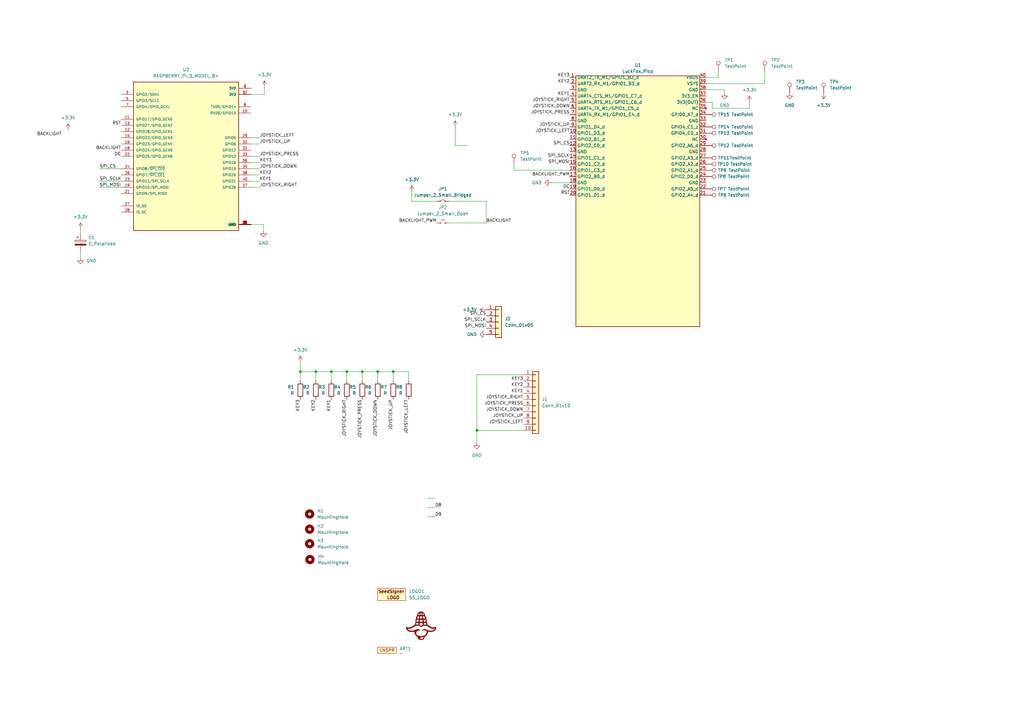
<source format=kicad_sch>
(kicad_sch (version 20250114) (generator "eeschema") (generator_version "9.0")
  (paper "A3")
  (lib_symbols
    (symbol "Connector:TestPoint" (pin_numbers (hide yes)) (pin_names (offset 0.762) (hide yes))
      (property "Reference" "TP" (at 0 6.858 0))
      (property "Value" "TestPoint" (at 0 5.08 0))
      (symbol "TestPoint_1_1"
        (pin passive line (at 0 0 90) (length 2.54) (name "1") (number "1"))
      )
    )
    (symbol "Connector_Generic:Conn_01x05" (pin_names (offset 1.016) (hide yes))
      (property "Reference" "J" (at 0 7.62 0))
      (property "Value" "Conn_01x05" (at 0 -7.62 0))
      (symbol "Conn_01x05_1_1"
        (pin passive line (at -5.08 5.08 0) (length 3.81) (name "Pin_1") (number "1"))
        (pin passive line (at -5.08 2.54 0) (length 3.81) (name "Pin_2") (number "2"))
        (pin passive line (at -5.08 0 0) (length 3.81) (name "Pin_3") (number "3"))
        (pin passive line (at -5.08 -2.54 0) (length 3.81) (name "Pin_4") (number "4"))
        (pin passive line (at -5.08 -5.08 0) (length 3.81) (name "Pin_5") (number "5"))
      )
    )
    (symbol "Connector_Generic:Conn_01x10" (pin_names (offset 1.016) (hide yes))
      (property "Reference" "J" (at 0 12.7 0))
      (property "Value" "Conn_01x10" (at 0 -15.24 0))
      (symbol "Conn_01x10_1_1"
        (pin passive line (at -5.08 10.16 0) (length 3.81) (name "Pin_1") (number "1"))
        (pin passive line (at -5.08 7.62 0) (length 3.81) (name "Pin_2") (number "2"))
        (pin passive line (at -5.08 5.08 0) (length 3.81) (name "Pin_3") (number "3"))
        (pin passive line (at -5.08 2.54 0) (length 3.81) (name "Pin_4") (number "4"))
        (pin passive line (at -5.08 0 0) (length 3.81) (name "Pin_5") (number "5"))
        (pin passive line (at -5.08 -2.54 0) (length 3.81) (name "Pin_6") (number "6"))
        (pin passive line (at -5.08 -5.08 0) (length 3.81) (name "Pin_7") (number "7"))
        (pin passive line (at -5.08 -7.62 0) (length 3.81) (name "Pin_8") (number "8"))
        (pin passive line (at -5.08 -10.16 0) (length 3.81) (name "Pin_9") (number "9"))
        (pin passive line (at -5.08 -12.7 0) (length 3.81) (name "Pin_10") (number "10"))
      )
    )
    (symbol "Device:C_Polarized" (pin_numbers (hide yes)) (pin_names (offset 0.254))
      (property "Reference" "C" (at 0.635 2.54 0))
      (property "Value" "C_Polarized" (at 0.635 -2.54 0))
      (symbol "C_Polarized_1_1"
        (pin passive line (at 0 3.81 270) (length 2.794) (name "~") (number "1"))
        (pin passive line (at 0 -3.81 90) (length 2.794) (name "~") (number "2"))
      )
    )
    (symbol "Device:R" (pin_numbers (hide yes)) (pin_names (offset 0))
      (property "Reference" "R" (at 2.032 0 90))
      (property "Value" "R" (at 0 0 90))
      (symbol "R_1_1"
        (pin passive line (at 0 3.81 270) (length 1.27) (name "~") (number "1"))
        (pin passive line (at 0 -3.81 90) (length 1.27) (name "~") (number "2"))
      )
    )
    (symbol "Jumper:Jumper_2_Small_Bridged" (pin_numbers (hide yes)) (pin_names (offset 0) (hide yes)) (exclude_from_sim yes)
      (property "Reference" "JP" (at 0 2.032 0))
      (property "Value" "Jumper_2_Small_Bridged" (at 0 -2.286 0))
      (symbol "Jumper_2_Small_Bridged_1_1"
        (pin passive line (at -2.54 0 0) (length 1.27) (name "A") (number "1"))
        (pin passive line (at 2.54 0 180) (length 1.27) (name "B") (number "2"))
      )
    )
    (symbol "Jumper:Jumper_2_Small_Open" (pin_numbers (hide yes)) (pin_names (offset 0) (hide yes)) (exclude_from_sim yes)
      (property "Reference" "JP" (at 0 2.794 0))
      (property "Value" "Jumper_2_Small_Open" (at 0 -2.286 0))
      (symbol "Jumper_2_Small_Open_1_1"
        (pin passive line (at -2.54 0 0) (length 1.27) (name "A") (number "1"))
        (pin passive line (at 2.54 0 180) (length 1.27) (name "B") (number "2"))
      )
    )
    (symbol "Mechanical:MountingHole" (pin_names (offset 1.016))
      (property "Reference" "H" (at 0 5.08 0))
      (property "Value" "MountingHole" (at 0 3.175 0))
    )
    (symbol "SeedSigner:CORN-LOGO" (pin_names (offset 1.016)))
    (symbol "SeedSigner:RASPBERRY_PI_3_MODEL_B+" (pin_names (offset 1.016))
      (property "Reference" "U" (at -22.86 27.94 0))
      (property "Value" "RASPBERRY_PI_3_MODEL_B+" (at -22.86 -37.465 0))
      (symbol "RASPBERRY_PI_3_MODEL_B+_0_0"
        (pin bidirectional line (at -27.94 20.32 0) (length 5.08) (name "GPIO2/SDA1") (number "3"))
        (pin bidirectional line (at -27.94 17.78 0) (length 5.08) (name "GPIO3/SCL1") (number "5"))
        (pin bidirectional line (at -27.94 15.24 0) (length 5.08) (name "GPIO4/GPIO_GCKL") (number "7"))
        (pin bidirectional line (at -27.94 10.16 0) (length 5.08) (name "GPIO17/GPIO_GEN0") (number "11"))
        (pin bidirectional line (at -27.94 7.62 0) (length 5.08) (name "GPIO27/GPIO_GEN2") (number "13"))
        (pin bidirectional line (at -27.94 5.08 0) (length 5.08) (name "GPIO18/GPIO_GEN1") (number "12"))
        (pin bidirectional line (at -27.94 2.54 0) (length 5.08) (name "GPIO22/GPIO_GEN3") (number "15"))
        (pin bidirectional line (at -27.94 0 0) (length 5.08) (name "GPIO23/GPIO_GEN4") (number "16"))
        (pin bidirectional line (at -27.94 -2.54 0) (length 5.08) (name "GPIO24/GPIO_GEN5") (number "18"))
        (pin bidirectional line (at -27.94 -5.08 0) (length 5.08) (name "GPIO25/GPIO_GEN6") (number "22"))
        (pin bidirectional line (at -27.94 -10.16 0) (length 5.08) (name "GPIO8/~{SPI_CE0}") (number "24"))
        (pin bidirectional line (at -27.94 -12.7 0) (length 5.08) (name "GPIO7/~{SPI_CE1}") (number "26"))
        (pin bidirectional line (at -27.94 -15.24 0) (length 5.08) (name "GPIO11/SPI_SCLK") (number "23"))
        (pin bidirectional line (at -27.94 -17.78 0) (length 5.08) (name "GPIO10/SPI_MOSI") (number "19"))
        (pin bidirectional line (at -27.94 -20.32 0) (length 5.08) (name "GPIO9/SPI_MISO") (number "21"))
        (pin bidirectional line (at -27.94 -25.4 0) (length 5.08) (name "ID_SD") (number "27"))
        (pin bidirectional line (at -27.94 -27.94 0) (length 5.08) (name "ID_SC") (number "28"))
        (pin power_in line (at 25.4 22.86 180) (length 5.08) (name "5V0") (number "2"))
        (pin power_in line (at 25.4 22.86 180) (length 5.08) (name "5V0") (number "4"))
        (pin power_in line (at 25.4 20.32 180) (length 5.08) (name "3V3") (number "1"))
        (pin power_in line (at 25.4 20.32 180) (length 5.08) (name "3V3") (number "17"))
        (pin bidirectional line (at 25.4 15.24 180) (length 5.08) (name "TXD0/GPIO14") (number "8"))
        (pin bidirectional line (at 25.4 12.7 180) (length 5.08) (name "RXD0/GPIO15") (number "10"))
        (pin bidirectional line (at 25.4 2.54 180) (length 5.08) (name "GPIO5") (number "29"))
        (pin bidirectional line (at 25.4 0 180) (length 5.08) (name "GPIO6") (number "31"))
        (pin bidirectional line (at 25.4 -2.54 180) (length 5.08) (name "GPIO12") (number "32"))
        (pin bidirectional line (at 25.4 -5.08 180) (length 5.08) (name "GPIO13") (number "33"))
        (pin bidirectional line (at 25.4 -7.62 180) (length 5.08) (name "GPIO16") (number "36"))
        (pin bidirectional line (at 25.4 -10.16 180) (length 5.08) (name "GPIO19") (number "35"))
        (pin bidirectional line (at 25.4 -12.7 180) (length 5.08) (name "GPIO20") (number "38"))
        (pin bidirectional line (at 25.4 -15.24 180) (length 5.08) (name "GPIO21") (number "40"))
        (pin bidirectional line (at 25.4 -17.78 180) (length 5.08) (name "GPIO26") (number "37"))
        (pin power_in line (at 25.4 -33.02 180) (length 5.08) (name "GND") (number "14"))
        (pin power_in line (at 25.4 -33.02 180) (length 5.08) (name "GND") (number "20"))
        (pin power_in line (at 25.4 -33.02 180) (length 5.08) (name "GND") (number "25"))
        (pin power_in line (at 25.4 -33.02 180) (length 5.08) (name "GND") (number "30"))
        (pin power_in line (at 25.4 -33.02 180) (length 5.08) (name "GND") (number "34"))
        (pin power_in line (at 25.4 -33.02 180) (length 5.08) (name "GND") (number "39"))
        (pin power_in line (at 25.4 -33.02 180) (length 5.08) (name "GND") (number "6"))
        (pin power_in line (at 25.4 -33.02 180) (length 5.08) (name "GND") (number "9"))
      )
    )
    (symbol "SeedSigner:SS_LOGO" (pin_numbers (hide yes)) (pin_names (offset 0) (hide yes)) (in_bom no)
      (property "Reference" "LOGO" (at 0 3.81 0))
      (property "Value" "SS_LOGO" (at 0 2.54 0))
      (symbol "SS_LOGO_0_0"
        (text "SeedSigner" (at -0.8 0 0) (effects (font (size 1.27 1.27) (bold yes))))
        (text "LOGO" (at 0 -2.54 0) (effects (font (size 1.27 1.27) (bold yes))))
      )
    )
    (symbol "luckfox:LuckFox_Pico"
      (property "Reference" "U" (at 0 53.34 0))
      (property "Value" "LuckFox_Pico" (at 0 -53.34 0))
      (symbol "LuckFox_Pico_1_1"
        (pin bidirectional line (at -27.94 50.8 0) (length 2.54) (name "UART2_TX_M1/GPIO1_B2_d") (number "1"))
        (pin bidirectional line (at -27.94 48.26 0) (length 2.54) (name "UART2_RX_M1/GPIO1_B3_d") (number "2"))
        (pin power_in line (at -27.94 45.72 0) (length 2.54) (name "GND") (number "3"))
        (pin bidirectional line (at -27.94 43.18 0) (length 2.54) (name "UART4_CTS_M1/GPIO1_C7_d") (number "4"))
        (pin bidirectional line (at -27.94 40.64 0) (length 2.54) (name "UART4_RTS_M1/GPIO1_C6_d") (number "5"))
        (pin bidirectional line (at -27.94 38.1 0) (length 2.54) (name "UART4_TX_M1/GPIO1_C5_d") (number "6"))
        (pin bidirectional line (at -27.94 35.56 0) (length 2.54) (name "UART4_RX_M1/GPIO1_C4_d") (number "7"))
        (pin power_in line (at -27.94 33.02 0) (length 2.54) (name "GND") (number "8"))
        (pin bidirectional line (at -27.94 30.48 0) (length 2.54) (name "GPIO1_D4_d") (number "9"))
        (pin bidirectional line (at -27.94 27.94 0) (length 2.54) (name "GPIO1_D3_d") (number "10"))
        (pin bidirectional line (at -27.94 25.4 0) (length 2.54) (name "GPIO2_B1_d") (number "11"))
        (pin bidirectional line (at -27.94 22.86 0) (length 2.54) (name "GPIO2_C0_d") (number "12"))
        (pin power_in line (at -27.94 20.32 0) (length 2.54) (name "GND") (number "13"))
        (pin bidirectional line (at -27.94 17.78 0) (length 2.54) (name "GPIO1_C1_d") (number "14"))
        (pin bidirectional line (at -27.94 15.24 0) (length 2.54) (name "GPIO1_C2_d") (number "15"))
        (pin bidirectional line (at -27.94 12.7 0) (length 2.54) (name "GPIO1_C3_d") (number "16"))
        (pin bidirectional line (at -27.94 10.16 0) (length 2.54) (name "GPIO2_B0_d") (number "17"))
        (pin power_in line (at -27.94 7.62 0) (length 2.54) (name "GND") (number "18"))
        (pin bidirectional line (at -27.94 5.08 0) (length 2.54) (name "GPIO1_D0_d") (number "19"))
        (pin bidirectional line (at -27.94 2.54 0) (length 2.54) (name "GPIO1_D1_d") (number "20"))
        (pin power_in line (at 27.94 50.8 180) (length 2.54) (name "VBUS") (number "40"))
        (pin power_in line (at 27.94 48.26 180) (length 2.54) (name "VSYS") (number "39"))
        (pin power_in line (at 27.94 45.72 180) (length 2.54) (name "GND") (number "38"))
        (pin power_in line (at 27.94 43.18 180) (length 2.54) (name "3V3_EN") (number "37"))
        (pin power_out line (at 27.94 40.64 180) (length 2.54) (name "3V3(OUT)") (number "36"))
        (pin no_connect line (at 27.94 38.1 180) (length 2.54) (name "NC") (number "35"))
        (pin bidirectional line (at 27.94 35.56 180) (length 2.54) (name "GPIO0_A7_d") (number "34"))
        (pin power_in line (at 27.94 33.02 180) (length 2.54) (name "GND") (number "33"))
        (pin bidirectional line (at 27.94 30.48 180) (length 2.54) (name "GPIO4_C1_z") (number "32"))
        (pin bidirectional line (at 27.94 27.94 180) (length 2.54) (name "GPIO4_C0_z") (number "31"))
        (pin no_connect line (at 27.94 25.4 180) (length 2.54) (name "NC") (number "30"))
        (pin bidirectional line (at 27.94 22.86 180) (length 2.54) (name "GPIO2_A6_d") (number "29"))
        (pin power_in line (at 27.94 20.32 180) (length 2.54) (name "GND") (number "28"))
        (pin bidirectional line (at 27.94 17.78 180) (length 2.54) (name "GPIO2_A3_d") (number "27"))
        (pin bidirectional line (at 27.94 15.24 180) (length 2.54) (name "GPIO2_A2_d") (number "26"))
        (pin bidirectional line (at 27.94 12.7 180) (length 2.54) (name "GPIO2_A1_d") (number "25"))
        (pin bidirectional line (at 27.94 10.16 180) (length 2.54) (name "GPIO2_D0_d") (number "24"))
        (pin power_in line (at 27.94 7.62 180) (length 2.54) (name "GND") (number "23"))
        (pin bidirectional line (at 27.94 5.08 180) (length 2.54) (name "GPIO2_A5_d") (number "22"))
        (pin bidirectional line (at 27.94 2.54 180) (length 2.54) (name "GPIO2_A4_d") (number "21"))
      )
    )
    (symbol "power:+3.3V" (power) (pin_names (offset 0))
      (property "Value" "+3.3V" (at 0 3.556 0))
      (symbol "+3.3V_1_1"
        (pin power_in line (at 0 0 90) (length 0) (hide yes) (name "+3.3V") (number "1"))
      )
    )
    (symbol "power:GND" (power) (pin_names (offset 0))
      (property "Value" "GND" (at 0 -3.81 0))
      (symbol "GND_1_1"
        (pin power_in line (at 0 0 270) (length 0) (hide yes) (name "GND") (number "1"))
      )
    )
    (symbol "seedsigner:LIGHTNINGSPORE"
      (property "Reference" "ART" (at 0 2.032 0))
      (symbol "LIGHTNINGSPORE_1_1"
        (text "LNSPR" (at 0 0 0) (effects (font (size 1.27 1.27))))
      )
    )
  )
  (junction (at 142.24 152.4))
  (junction (at 129.54 152.4))
  (junction (at 154.94 152.4))
  (junction (at 195.58 176.53))
  (junction (at 148.59 152.4))
  (junction (at 123.19 152.4))
  (junction (at 135.89 152.4))
  (junction (at 161.29 152.4))
  (wire (pts (xy 106.553 66.675) (xy 102.997 66.675)))
  (wire (pts (xy 33.02 93.98) (xy 33.02 95.758)))
  (wire (pts (xy 184.15 82.55) (xy 199.39 82.55)))
  (wire (pts (xy 33.02 105.664) (xy 33.02 103.378)))
  (wire (pts (xy 292.1 44.45) (xy 307.34 44.45)))
  (wire (pts (xy 123.19 152.4) (xy 123.19 156.21)))
  (wire (pts (xy 195.58 176.53) (xy 195.58 153.67)))
  (wire (pts (xy 233.68 69.85) (xy 210.82 69.85)))
  (wire (pts (xy 289.56 36.83) (xy 297.18 36.83)))
  (wire (pts (xy 199.39 82.55) (xy 199.39 91.44)))
  (wire (pts (xy 106.426 74.295) (xy 102.997 74.295)))
  (wire (pts (xy 154.94 152.4) (xy 154.94 156.21)))
  (wire (pts (xy 289.56 31.75) (xy 294.64 31.75)))
  (wire (pts (xy 184.15 91.44) (xy 199.39 91.44)))
  (wire (pts (xy 210.82 69.85) (xy 210.82 67.31)))
  (wire (pts (xy 313.69 34.29) (xy 313.69 29.21)))
  (wire (pts (xy 289.56 41.91) (xy 292.1 41.91)))
  (wire (pts (xy 178.435 211.963) (xy 175.387 211.963)))
  (wire (pts (xy 148.59 152.4) (xy 148.59 156.21)))
  (wire (pts (xy 292.1 41.91) (xy 292.1 44.45)))
  (wire (pts (xy 135.89 152.4) (xy 142.24 152.4)))
  (wire (pts (xy 195.58 176.53) (xy 195.58 181.61)))
  (wire (pts (xy 123.19 148.59) (xy 123.19 152.4)))
  (wire (pts (xy 294.64 31.75) (xy 294.64 29.21)))
  (wire (pts (xy 191.77 59.69) (xy 186.69 59.69)))
  (wire (pts (xy 123.19 152.4) (xy 129.54 152.4)))
  (wire (pts (xy 142.24 152.4) (xy 142.24 156.21)))
  (wire (pts (xy 214.63 176.53) (xy 195.58 176.53)))
  (wire (pts (xy 40.894 69.215) (xy 49.657 69.215)))
  (wire (pts (xy 289.56 34.29) (xy 313.69 34.29)))
  (wire (pts (xy 106.553 56.515) (xy 102.997 56.515)))
  (wire (pts (xy 102.997 38.735) (xy 108.458 38.735)))
  (wire (pts (xy 129.54 152.4) (xy 129.54 156.21)))
  (wire (pts (xy 108.458 38.735) (xy 108.458 35.687)))
  (wire (pts (xy 106.553 64.135) (xy 102.997 64.135)))
  (wire (pts (xy 167.64 152.4) (xy 167.64 156.21)))
  (wire (pts (xy 195.58 153.67) (xy 214.63 153.67)))
  (wire (pts (xy 179.07 82.55) (xy 168.91 82.55)))
  (wire (pts (xy 154.94 152.4) (xy 161.29 152.4)))
  (wire (pts (xy 178.435 208.153) (xy 175.387 208.153)))
  (wire (pts (xy 161.29 152.4) (xy 167.64 152.4)))
  (wire (pts (xy 148.59 152.4) (xy 154.94 152.4)))
  (wire (pts (xy 108.077 92.075) (xy 108.077 94.615)))
  (wire (pts (xy 178.435 204.343) (xy 175.387 204.343)))
  (wire (pts (xy 135.89 156.21) (xy 135.89 152.4)))
  (wire (pts (xy 142.24 152.4) (xy 148.59 152.4)))
  (wire (pts (xy 168.91 82.55) (xy 168.91 78.74)))
  (wire (pts (xy 106.553 59.055) (xy 102.997 59.055)))
  (wire (pts (xy 40.767 76.835) (xy 49.657 76.835)))
  (wire (pts (xy 129.54 152.4) (xy 135.89 152.4)))
  (wire (pts (xy 161.29 152.4) (xy 161.29 156.21)))
  (wire (pts (xy 102.997 92.075) (xy 108.077 92.075)))
  (wire (pts (xy 297.18 36.83) (xy 297.18 38.1)))
  (wire (pts (xy 40.767 74.295) (xy 49.657 74.295)))
  (wire (pts (xy 106.426 71.755) (xy 102.997 71.755)))
  (wire (pts (xy 226.06 74.93) (xy 233.68 74.93)))
  (wire (pts (xy 186.69 59.69) (xy 186.69 52.07)))
  (wire (pts (xy 106.553 69.215) (xy 102.997 69.215)))
  (wire (pts (xy 307.34 44.45) (xy 307.34 41.91)))
  (wire (pts (xy 106.553 76.835) (xy 102.997 76.835)))
  (label "RST" (at 233.68 80.01 180))
  (label "JOYSTICK_UP" (at 106.553 59.055 0))
  (label "KEY2" (at 129.54 163.83 270))
  (label "SPI_MOSI" (at 233.68 67.31 180))
  (label "JOYSTICK_RIGHT" (at 214.63 163.83 180))
  (label "KEY1" (at 233.68 39.37 180))
  (label "JOYSTICK_PRESS" (at 233.68 46.99 180))
  (label "JOYSTICK_DOWN" (at 106.553 69.215 0))
  (label "SPI_SCLK" (at 199.39 132.08 180))
  (label "KEY1" (at 135.89 163.83 270))
  (label "JOYSTICK_PRESS" (at 214.63 166.37 180))
  (label "D9" (at 178.435 211.963 0))
  (label "JOYSTICK_LEFT" (at 233.68 54.61 180))
  (label "SPI_CS" (at 233.68 59.69 180))
  (label "JOYSTICK_UP" (at 233.68 52.07 180))
  (label "DC" (at 233.68 77.47 180))
  (label "JOYSTICK_RIGHT" (at 142.24 163.83 270))
  (label "D8" (at 178.435 208.153 0))
  (label "BACKLIGHT_PWM" (at 233.68 72.39 180))
  (label "KEY2" (at 233.68 34.29 180))
  (label "JOYSTICK_LEFT" (at 214.63 173.99 180))
  (label "JOYSTICK_UP" (at 161.29 163.83 270))
  (label "KEY3" (at 233.68 31.75 180))
  (label "SPI_SCLK" (at 233.68 64.77 180))
  (label "SPI_CS" (at 199.39 129.54 180))
  (label "SPI_MOSI" (at 199.39 134.62 180))
  (label "JOYSTICK_DOWN" (at 214.63 168.91 180))
  (label "JOYSTICK_DOWN" (at 233.68 44.45 180))
  (label "KEY2" (at 214.63 158.75 180))
  (label "BACKLIGHT_PWM" (at 179.07 91.44 180))
  (label "DC" (at 49.657 64.135 180))
  (label "JOYSTICK_PRESS" (at 106.553 64.135 0))
  (label "KEY1" (at 106.426 74.295 0))
  (label "SPI_CS" (at 40.894 69.215 0))
  (label "JOYSTICK_DOWN" (at 154.94 163.83 270))
  (label "BACKLIGHT" (at 49.657 61.595 180))
  (label "JOYSTICK_LEFT" (at 167.64 163.83 270))
  (label "JOYSTICK_UP" (at 214.63 171.45 180))
  (label "KEY3" (at 106.553 66.675 0))
  (label "BACKLIGHT" (at 199.39 91.44 0))
  (label "KEY1" (at 214.63 161.29 180))
  (label "JOYSTICK_PRESS" (at 148.59 163.83 270))
  (label "RST" (at 49.657 51.435 180))
  (label "JOYSTICK_LEFT" (at 106.553 56.515 0))
  (label "KEY2" (at 106.426 71.755 0))
  (label "SPI_SCLK" (at 40.767 74.295 0))
  (label "JOYSTICK_RIGHT" (at 233.68 41.91 180))
  (label "KEY3" (at 214.63 156.21 180))
  (label "KEY3" (at 123.19 163.83 270))
  (label "BACKLIGHT" (at 25.4 55.88 180))
  (label "SPI_MOSI" (at 40.767 76.835 0))
  (label "JOYSTICK_RIGHT" (at 106.553 76.835 0))
  (symbol (lib_id "Connector:TestPoint") (at 313.69 29.21 0) (unit 1)
    (property "Reference" "TP2" (at 316.23 24.6379 0) (effects (justify left)))
    (property "Value" "TestPoint" (at 316.23 27.1779 0) (effects (justify left)))
    (property "Footprint" "TestPoint:TestPoint_Pad_1.5x1.5mm" (effects (hide yes)))
    (property "Description" "test point" (effects (hide yes)))
  )
  (symbol (lib_id "Mechanical:MountingHole") (at 127.127 229.489 0) (unit 1)
    (property "Reference" "H4" (at 130.175 228.2189 0) (effects (justify left)))
    (property "Value" "MountingHole" (at 130.175 230.7589 0) (effects (justify left)))
    (property "Footprint" "SeedSigner:MOUNT_HOLE_3MM" (effects (hide yes)))
  )
  (symbol (lib_id "power:GND") (at 323.85 38.1 0) (unit 1)
    (property "Reference" "#PWR015" (effects (hide yes)))
    (property "Value" "GND" (at 323.85 43.18 0))
  )
  (symbol (lib_id "Jumper:Jumper_2_Small_Bridged") (at 181.61 82.55 0) (unit 1) (exclude_from_sim yes)
    (property "Reference" "JP1" (at 181.61 77.47 0))
    (property "Value" "Jumper_2_Small_Bridged" (at 181.61 80.01 0))
    (property "Footprint" "Jumper:SolderJumper-2_P1.3mm_Bridged_Pad1.0x1.5mm" (effects (hide yes)))
    (property "Description" "Jumper, 2-pole, small symbol, bridged" (effects (hide yes)))
  )
  (symbol (lib_id "Mechanical:MountingHole") (at 127 217.043 0) (unit 1)
    (property "Reference" "H2" (at 130.048 215.7729 0) (effects (justify left)))
    (property "Value" "MountingHole" (at 130.048 218.3129 0) (effects (justify left)))
    (property "Footprint" "SeedSigner:MOUNT_HOLE_3MM" (effects (hide yes)))
  )
  (symbol (lib_id "power:+3.3V") (at 168.91 78.74 0) (unit 1)
    (property "Reference" "#PWR013" (effects (hide yes)))
    (property "Value" "+3.3V" (at 168.91 73.66 0))
  )
  (symbol (lib_id "Device:R") (at 135.89 160.02 0) (mirror y) (unit 1)
    (property "Reference" "R3" (at 133.35 158.7499 0) (effects (justify left)))
    (property "Value" "R" (at 133.35 161.2899 0) (effects (justify left)))
    (property "Footprint" "Resistor_SMD:R_2512_6332Metric" (effects (hide yes)))
    (property "Description" "Resistor" (effects (hide yes)))
  )
  (symbol (lib_id "Connector_Generic:Conn_01x10") (at 219.71 163.83 0) (unit 1)
    (property "Reference" "J1" (at 222.25 163.8299 0) (effects (justify left)))
    (property "Value" "Conn_01x10" (at 222.25 166.3699 0) (effects (justify left)))
    (property "Footprint" "Connector_PinHeader_2.54mm:PinHeader_1x10_P2.54mm_Horizontal" (effects (hide yes)))
    (property "Description" "Generic connector, single row, 01x10, script generated (kicad-library-utils/schlib/autogen/connector/)" (effects (hide yes)))
  )
  (symbol (lib_id "power:+3.3V") (at 337.82 38.1 180) (unit 1)
    (property "Reference" "#PWR016" (effects (hide yes)))
    (property "Value" "+3.3V" (at 337.82 43.18 0))
  )
  (symbol (lib_id "Device:R") (at 167.64 160.02 0) (mirror y) (unit 1)
    (property "Reference" "R8" (at 165.1 158.7499 0) (effects (justify left)))
    (property "Value" "R" (at 165.1 161.2899 0) (effects (justify left)))
    (property "Footprint" "Resistor_SMD:R_2512_6332Metric" (effects (hide yes)))
    (property "Description" "Resistor" (effects (hide yes)))
  )
  (symbol (lib_id "power:GND") (at 226.06 74.93 270) (unit 1)
    (property "Reference" "#PWR02" (effects (hide yes)))
    (property "Value" "GND" (at 222.25 74.9299 90) (effects (justify right)))
  )
  (symbol (lib_id "power:+3.3V") (at 307.34 41.91 0) (unit 1)
    (property "Reference" "#PWR04" (effects (hide yes)))
    (property "Value" "+3.3V" (at 307.34 36.83 0))
  )
  (symbol (lib_id "SeedSigner:SS_LOGO") (at 161.29 242.57 0) (unit 1) (in_bom no)
    (property "Reference" "LOGO1" (at 167.767 242.5699 0) (effects (justify left)))
    (property "Value" "SS_LOGO" (at 167.767 245.1099 0) (effects (justify left)))
    (property "Footprint" "SeedSigner:seedsigner-logo-small" (effects (hide yes)))
  )
  (symbol (lib_id "Mechanical:MountingHole") (at 127 210.82 0) (unit 1)
    (property "Reference" "H1" (at 130.048 209.5499 0) (effects (justify left)))
    (property "Value" "MountingHole" (at 130.048 212.0899 0) (effects (justify left)))
    (property "Footprint" "SeedSigner:MOUNT_HOLE_3MM" (effects (hide yes)))
  )
  (symbol (lib_id "Device:C_Polarized") (at 33.02 99.568 0) (unit 1)
    (property "Reference" "C1" (at 36.195 97.4089 0) (effects (justify left)))
    (property "Value" "C_Polarized" (at 36.195 99.9489 0) (effects (justify left)))
    (property "Footprint" "Capacitor_THT:CP_Radial_D5.0mm_P2.50mm" (effects (hide yes)))
  )
  (symbol (lib_id "Connector:TestPoint") (at 289.56 54.61 270) (unit 1)
    (property "Reference" "TP13" (at 294.386 54.61 90) (effects (justify left)))
    (property "Value" "TestPoint" (at 299.974 54.61 90) (effects (justify left)))
    (property "Footprint" "TestPoint:TestPoint_Pad_1.5x1.5mm" (effects (hide yes)))
    (property "Description" "test point" (effects (hide yes)))
  )
  (symbol (lib_id "Connector:TestPoint") (at 294.64 29.21 0) (unit 1)
    (property "Reference" "TP1" (at 297.18 24.6379 0) (effects (justify left)))
    (property "Value" "TestPoint" (at 297.18 27.1779 0) (effects (justify left)))
    (property "Footprint" "TestPoint:TestPoint_Pad_1.5x1.5mm" (effects (hide yes)))
    (property "Description" "test point" (effects (hide yes)))
  )
  (symbol (lib_id "Device:R") (at 129.54 160.02 0) (mirror y) (unit 1)
    (property "Reference" "R2" (at 127 158.7499 0) (effects (justify left)))
    (property "Value" "R" (at 127 161.2899 0) (effects (justify left)))
    (property "Footprint" "Resistor_SMD:R_2512_6332Metric" (effects (hide yes)))
    (property "Description" "Resistor" (effects (hide yes)))
  )
  (symbol (lib_id "SeedSigner:RASPBERRY_PI_3_MODEL_B+") (at 77.597 59.055 0) (unit 1)
    (property "Reference" "U2" (at 76.327 28.575 0))
    (property "Value" "RASPBERRY_PI_3_MODEL_B+" (at 76.327 31.115 0))
    (property "Footprint" "SeedSigner:WAVESHARE_LCD_BUTTON" (effects (hide yes)))
    (property "STANDARD" "Manufacturer Recommendations" (effects (hide yes)))
    (property "MANUFACTURER" "Raspberry Pi" (effects (hide yes)))
    (property "MAXIMUM_PACKAGE_HIEGHT" "18mm" (effects (hide yes)))
    (property "PARTREV" "1.0" (effects (hide yes)))
  )
  (symbol (lib_id "Device:R") (at 161.29 160.02 0) (mirror y) (unit 1)
    (property "Reference" "R7" (at 158.75 158.7499 0) (effects (justify left)))
    (property "Value" "R" (at 158.75 161.2899 0) (effects (justify left)))
    (property "Footprint" "Resistor_SMD:R_2512_6332Metric" (effects (hide yes)))
    (property "Description" "Resistor" (effects (hide yes)))
  )
  (symbol (lib_id "Connector:TestPoint") (at 289.56 46.99 270) (unit 1)
    (property "Reference" "TP15" (at 294.386 46.99 90) (effects (justify left)))
    (property "Value" "TestPoint" (at 299.974 46.99 90) (effects (justify left)))
    (property "Footprint" "TestPoint:TestPoint_Pad_1.5x1.5mm" (effects (hide yes)))
    (property "Description" "test point" (effects (hide yes)))
  )
  (symbol (lib_id "power:GND") (at 108.077 94.615 0) (unit 1)
    (property "Reference" "#PWR07" (effects (hide yes)))
    (property "Value" "GND" (at 108.077 99.695 0))
  )
  (symbol (lib_id "power:+3.3V") (at 199.39 127 90) (unit 1)
    (property "Reference" "#PWR010" (effects (hide yes)))
    (property "Value" "+3.3V" (at 195.58 126.9999 90) (effects (justify left)))
  )
  (symbol (lib_id "power:+3.3V") (at 33.02 93.98 0) (unit 1)
    (property "Reference" "#PWR05" (effects (hide yes)))
    (property "Value" "+3.3V" (at 33.02 88.9 0))
  )
  (symbol (lib_id "Connector:TestPoint") (at 289.56 72.39 270) (unit 1)
    (property "Reference" "TP8" (at 294.132 72.39 90) (effects (justify left)))
    (property "Value" "TestPoint" (at 298.45 72.39 90) (effects (justify left)))
    (property "Footprint" "TestPoint:TestPoint_Pad_1.5x1.5mm" (effects (hide yes)))
    (property "Description" "test point" (effects (hide yes)))
  )
  (symbol (lib_id "power:GND") (at 199.39 137.16 270) (unit 1)
    (property "Reference" "#PWR011" (effects (hide yes)))
    (property "Value" "GND" (at 195.58 137.1599 90) (effects (justify right)))
  )
  (symbol (lib_id "power:+3.3V") (at 123.19 148.59 0) (unit 1)
    (property "Reference" "#PWR09" (effects (hide yes)))
    (property "Value" "+3.3V" (at 123.19 143.51 0))
  )
  (symbol (lib_id "Connector:TestPoint") (at 289.56 77.47 270) (unit 1)
    (property "Reference" "TP7" (at 294.132 77.47 90) (effects (justify left)))
    (property "Value" "TestPoint" (at 298.45 77.47 90) (effects (justify left)))
    (property "Footprint" "TestPoint:TestPoint_Pad_1.5x1.5mm" (effects (hide yes)))
    (property "Description" "test point" (effects (hide yes)))
  )
  (symbol (lib_id "Connector:TestPoint") (at 289.56 69.85 270) (unit 1)
    (property "Reference" "TP9" (at 294.386 69.85 90) (effects (justify left)))
    (property "Value" "TestPoint" (at 298.704 69.85 90) (effects (justify left)))
    (property "Footprint" "TestPoint:TestPoint_Pad_1.5x1.5mm" (effects (hide yes)))
    (property "Description" "test point" (effects (hide yes)))
  )
  (symbol (lib_id "Device:R") (at 142.24 160.02 0) (mirror y) (unit 1)
    (property "Reference" "R4" (at 139.7 158.7499 0) (effects (justify left)))
    (property "Value" "R" (at 139.7 161.2899 0) (effects (justify left)))
    (property "Footprint" "Resistor_SMD:R_2512_6332Metric" (effects (hide yes)))
    (property "Description" "Resistor" (effects (hide yes)))
  )
  (symbol (lib_id "power:+3.3V") (at 27.94 53.34 0) (unit 1)
    (property "Reference" "#PWR012" (effects (hide yes)))
    (property "Value" "+3.3V" (at 27.94 48.26 0))
  )
  (symbol (lib_id "Connector_Generic:Conn_01x05") (at 204.47 132.08 0) (unit 1)
    (property "Reference" "J2" (at 207.01 130.8099 0) (effects (justify left)))
    (property "Value" "Conn_01x05" (at 207.01 133.3499 0) (effects (justify left)))
    (property "Footprint" "Connector_PinHeader_2.54mm:PinHeader_1x05_P2.54mm_Horizontal" (effects (hide yes)))
    (property "Description" "Generic connector, single row, 01x05, script generated (kicad-library-utils/schlib/autogen/connector/)" (effects (hide yes)))
  )
  (symbol (lib_id "Jumper:Jumper_2_Small_Open") (at 181.61 91.44 0) (unit 1) (exclude_from_sim yes)
    (property "Reference" "JP2" (at 181.61 85.09 0))
    (property "Value" "Jumper_2_Small_Open" (at 181.61 87.63 0))
    (property "Footprint" "Jumper:SolderJumper-2_P1.3mm_Open_Pad1.0x1.5mm" (effects (hide yes)))
    (property "Description" "Jumper, 2-pole, small symbol, open" (effects (hide yes)))
  )
  (symbol (lib_id "Mechanical:MountingHole") (at 127 223.012 0) (unit 1)
    (property "Reference" "H3" (at 130.048 221.7419 0) (effects (justify left)))
    (property "Value" "MountingHole" (at 130.048 224.2819 0) (effects (justify left)))
    (property "Footprint" "SeedSigner:MOUNT_HOLE_3MM" (effects (hide yes)))
  )
  (symbol (lib_id "power:GND") (at 297.18 38.1 0) (unit 1)
    (property "Reference" "#PWR03" (effects (hide yes)))
    (property "Value" "GND" (at 297.18 43.18 0))
  )
  (symbol (lib_id "power:GND") (at 33.02 105.664 0) (unit 1)
    (property "Reference" "#PWR06" (effects (hide yes)))
    (property "Value" "GND" (at 35.433 106.9339 0) (effects (justify left)))
  )
  (symbol (lib_id "Connector:TestPoint") (at 289.56 67.31 270) (unit 1)
    (property "Reference" "TP10" (at 294.132 67.31 90) (effects (justify left)))
    (property "Value" "TestPoint" (at 299.466 67.31 90) (effects (justify left)))
    (property "Footprint" "TestPoint:TestPoint_Pad_1.5x1.5mm" (effects (hide yes)))
    (property "Description" "test point" (effects (hide yes)))
  )
  (symbol (lib_id "Connector:TestPoint") (at 289.56 52.07 270) (unit 1)
    (property "Reference" "TP14" (at 294.386 52.07 90) (effects (justify left)))
    (property "Value" "TestPoint" (at 299.974 52.07 90) (effects (justify left)))
    (property "Footprint" "TestPoint:TestPoint_Pad_1.5x1.5mm" (effects (hide yes)))
    (property "Description" "test point" (effects (hide yes)))
  )
  (symbol (lib_id "Connector:TestPoint") (at 289.56 59.69 270) (unit 1)
    (property "Reference" "TP12" (at 294.386 59.69 90) (effects (justify left)))
    (property "Value" "TestPoint" (at 299.974 59.69 90) (effects (justify left)))
    (property "Footprint" "TestPoint:TestPoint_Pad_1.5x1.5mm" (effects (hide yes)))
    (property "Description" "test point" (effects (hide yes)))
  )
  (symbol (lib_id "Connector:TestPoint") (at 323.85 38.1 0) (unit 1)
    (property "Reference" "TP3" (at 326.39 33.5279 0) (effects (justify left)))
    (property "Value" "TestPoint" (at 326.39 36.0679 0) (effects (justify left)))
    (property "Footprint" "TestPoint:TestPoint_Pad_1.5x1.5mm" (effects (hide yes)))
    (property "Description" "test point" (effects (hide yes)))
  )
  (symbol (lib_id "Connector:TestPoint") (at 289.56 80.01 270) (unit 1)
    (property "Reference" "TP6" (at 294.386 80.01 90) (effects (justify left)))
    (property "Value" "TestPoint" (at 298.45 80.01 90) (effects (justify left)))
    (property "Footprint" "TestPoint:TestPoint_Pad_1.5x1.5mm" (effects (hide yes)))
    (property "Description" "test point" (effects (hide yes)))
  )
  (symbol (lib_id "Device:R") (at 154.94 160.02 0) (mirror y) (unit 1)
    (property "Reference" "R6" (at 152.4 158.7499 0) (effects (justify left)))
    (property "Value" "R" (at 152.4 161.2899 0) (effects (justify left)))
    (property "Footprint" "Resistor_SMD:R_2512_6332Metric" (effects (hide yes)))
    (property "Description" "Resistor" (effects (hide yes)))
  )
  (symbol (lib_id "Device:R") (at 148.59 160.02 0) (mirror y) (unit 1)
    (property "Reference" "R5" (at 146.05 158.7499 0) (effects (justify left)))
    (property "Value" "R" (at 146.05 161.2899 0) (effects (justify left)))
    (property "Footprint" "Resistor_SMD:R_2512_6332Metric" (effects (hide yes)))
    (property "Description" "Resistor" (effects (hide yes)))
  )
  (symbol (lib_id "seedsigner:LIGHTNINGSPORE") (at 158.75 266.7 0) (unit 1)
    (property "Reference" "ART1" (at 163.83 266.0649 0) (effects (justify left)))
    (property "Value" "~" (at 163.83 267.97 0) (effects (justify left)))
    (property "Footprint" "SeedSigner:LightningSpore_Logo" (effects (hide yes)))
  )
  (symbol (lib_id "Connector:TestPoint") (at 210.82 67.31 0) (unit 1)
    (property "Reference" "TP5" (at 213.36 62.7379 0) (effects (justify left)))
    (property "Value" "TestPoint" (at 213.36 65.2779 0) (effects (justify left)))
    (property "Footprint" "TestPoint:TestPoint_Pad_1.5x1.5mm" (effects (hide yes)))
    (property "Description" "test point" (effects (hide yes)))
  )
  (symbol (lib_id "power:+3.3V") (at 186.69 52.07 0) (unit 1)
    (property "Reference" "#PWR01" (effects (hide yes)))
    (property "Value" "+3.3V" (at 186.69 46.99 0))
  )
  (symbol (lib_id "power:GND") (at 195.58 181.61 0) (unit 1)
    (property "Reference" "#PWR014" (effects (hide yes)))
    (property "Value" "GND" (at 195.58 186.69 0))
  )
  (symbol (lib_id "power:+3.3V") (at 108.458 35.687 0) (unit 1)
    (property "Reference" "#PWR08" (effects (hide yes)))
    (property "Value" "+3.3V" (at 108.458 30.607 0))
  )
  (symbol (lib_id "Connector:TestPoint") (at 289.56 64.77 270) (unit 1)
    (property "Reference" "TP11" (at 294.386 64.77 90) (effects (justify left)))
    (property "Value" "TestPoint" (at 299.212 64.77 90) (effects (justify left)))
    (property "Footprint" "TestPoint:TestPoint_Pad_1.5x1.5mm" (effects (hide yes)))
    (property "Description" "test point" (effects (hide yes)))
  )
  (symbol (lib_id "luckfox:LuckFox_Pico") (at 261.62 82.55 0) (unit 1)
    (property "Reference" "U1" (at 261.62 26.67 0))
    (property "Value" "LuckFox_Pico" (at 261.62 29.21 0))
    (property "Footprint" "SeedSigner:LUCKFOX_PICO_PRO_MAX_PTH" (effects (hide yes)))
  )
  (symbol (lib_id "Device:R") (at 123.19 160.02 0) (mirror y) (unit 1)
    (property "Reference" "R1" (at 120.65 158.7499 0) (effects (justify left)))
    (property "Value" "R" (at 120.65 161.2899 0) (effects (justify left)))
    (property "Footprint" "Resistor_SMD:R_2512_6332Metric" (effects (hide yes)))
    (property "Description" "Resistor" (effects (hide yes)))
  )
  (symbol (lib_id "Connector:TestPoint") (at 337.82 38.1 0) (unit 1)
    (property "Reference" "TP4" (at 340.36 33.5279 0) (effects (justify left)))
    (property "Value" "TestPoint" (at 340.36 36.0679 0) (effects (justify left)))
    (property "Footprint" "TestPoint:TestPoint_Pad_1.5x1.5mm" (effects (hide yes)))
    (property "Description" "test point" (effects (hide yes)))
  )
  (symbol (lib_id "SeedSigner:CORN-LOGO") (at 172.72 256.54 0) (unit 1)
    (property "Reference" "LOGO2" (effects (hide yes)))
    (property "Value" "CORN-LOGO" (effects (hide yes)))
    (property "Footprint" "SeedSigner:corn-logo" (effects (hide yes)))
  )
)
</source>
